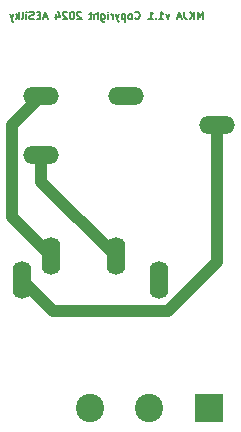
<source format=gbr>
%TF.GenerationSoftware,KiCad,Pcbnew,7.0.2*%
%TF.CreationDate,2024-04-06T10:46:14-07:00*%
%TF.ProjectId,MK-JackAdapter,4d4b2d4a-6163-46b4-9164-61707465722e,1.0*%
%TF.SameCoordinates,Original*%
%TF.FileFunction,Copper,L2,Bot*%
%TF.FilePolarity,Positive*%
%FSLAX46Y46*%
G04 Gerber Fmt 4.6, Leading zero omitted, Abs format (unit mm)*
G04 Created by KiCad (PCBNEW 7.0.2) date 2024-04-06 10:46:14*
%MOMM*%
%LPD*%
G01*
G04 APERTURE LIST*
%ADD10C,0.127000*%
%TA.AperFunction,NonConductor*%
%ADD11C,0.127000*%
%TD*%
%TA.AperFunction,ComponentPad*%
%ADD12R,2.400000X2.400000*%
%TD*%
%TA.AperFunction,ComponentPad*%
%ADD13C,2.400000*%
%TD*%
%TA.AperFunction,ComponentPad*%
%ADD14O,1.600000X3.200000*%
%TD*%
%TA.AperFunction,ComponentPad*%
%ADD15O,3.016000X1.508000*%
%TD*%
%TA.AperFunction,Conductor*%
%ADD16C,1.000000*%
%TD*%
G04 APERTURE END LIST*
D10*
D11*
X118781809Y-94529288D02*
X118781809Y-93894288D01*
X118781809Y-93894288D02*
X118570142Y-94347859D01*
X118570142Y-94347859D02*
X118358476Y-93894288D01*
X118358476Y-93894288D02*
X118358476Y-94529288D01*
X118056095Y-94529288D02*
X118056095Y-93894288D01*
X117693238Y-94529288D02*
X117965381Y-94166430D01*
X117693238Y-93894288D02*
X118056095Y-94257145D01*
X117239666Y-93894288D02*
X117239666Y-94347859D01*
X117239666Y-94347859D02*
X117269905Y-94438573D01*
X117269905Y-94438573D02*
X117330381Y-94499050D01*
X117330381Y-94499050D02*
X117421095Y-94529288D01*
X117421095Y-94529288D02*
X117481571Y-94529288D01*
X116967523Y-94347859D02*
X116665142Y-94347859D01*
X117027999Y-94529288D02*
X116816333Y-93894288D01*
X116816333Y-93894288D02*
X116604666Y-94529288D01*
X115969665Y-94105954D02*
X115818475Y-94529288D01*
X115818475Y-94529288D02*
X115667284Y-94105954D01*
X115092760Y-94529288D02*
X115455617Y-94529288D01*
X115274189Y-94529288D02*
X115274189Y-93894288D01*
X115274189Y-93894288D02*
X115334665Y-93985002D01*
X115334665Y-93985002D02*
X115395141Y-94045478D01*
X115395141Y-94045478D02*
X115455617Y-94075716D01*
X114820617Y-94468811D02*
X114790379Y-94499050D01*
X114790379Y-94499050D02*
X114820617Y-94529288D01*
X114820617Y-94529288D02*
X114850855Y-94499050D01*
X114850855Y-94499050D02*
X114820617Y-94468811D01*
X114820617Y-94468811D02*
X114820617Y-94529288D01*
X114185617Y-94529288D02*
X114548474Y-94529288D01*
X114367046Y-94529288D02*
X114367046Y-93894288D01*
X114367046Y-93894288D02*
X114427522Y-93985002D01*
X114427522Y-93985002D02*
X114487998Y-94045478D01*
X114487998Y-94045478D02*
X114548474Y-94075716D01*
X113066807Y-94468811D02*
X113097045Y-94499050D01*
X113097045Y-94499050D02*
X113187759Y-94529288D01*
X113187759Y-94529288D02*
X113248235Y-94529288D01*
X113248235Y-94529288D02*
X113338950Y-94499050D01*
X113338950Y-94499050D02*
X113399426Y-94438573D01*
X113399426Y-94438573D02*
X113429664Y-94378097D01*
X113429664Y-94378097D02*
X113459902Y-94257145D01*
X113459902Y-94257145D02*
X113459902Y-94166430D01*
X113459902Y-94166430D02*
X113429664Y-94045478D01*
X113429664Y-94045478D02*
X113399426Y-93985002D01*
X113399426Y-93985002D02*
X113338950Y-93924526D01*
X113338950Y-93924526D02*
X113248235Y-93894288D01*
X113248235Y-93894288D02*
X113187759Y-93894288D01*
X113187759Y-93894288D02*
X113097045Y-93924526D01*
X113097045Y-93924526D02*
X113066807Y-93954764D01*
X112703950Y-94529288D02*
X112764426Y-94499050D01*
X112764426Y-94499050D02*
X112794664Y-94468811D01*
X112794664Y-94468811D02*
X112824902Y-94408335D01*
X112824902Y-94408335D02*
X112824902Y-94226907D01*
X112824902Y-94226907D02*
X112794664Y-94166430D01*
X112794664Y-94166430D02*
X112764426Y-94136192D01*
X112764426Y-94136192D02*
X112703950Y-94105954D01*
X112703950Y-94105954D02*
X112613235Y-94105954D01*
X112613235Y-94105954D02*
X112552759Y-94136192D01*
X112552759Y-94136192D02*
X112522521Y-94166430D01*
X112522521Y-94166430D02*
X112492283Y-94226907D01*
X112492283Y-94226907D02*
X112492283Y-94408335D01*
X112492283Y-94408335D02*
X112522521Y-94468811D01*
X112522521Y-94468811D02*
X112552759Y-94499050D01*
X112552759Y-94499050D02*
X112613235Y-94529288D01*
X112613235Y-94529288D02*
X112703950Y-94529288D01*
X112220140Y-94105954D02*
X112220140Y-94740954D01*
X112220140Y-94136192D02*
X112159664Y-94105954D01*
X112159664Y-94105954D02*
X112038711Y-94105954D01*
X112038711Y-94105954D02*
X111978235Y-94136192D01*
X111978235Y-94136192D02*
X111947997Y-94166430D01*
X111947997Y-94166430D02*
X111917759Y-94226907D01*
X111917759Y-94226907D02*
X111917759Y-94408335D01*
X111917759Y-94408335D02*
X111947997Y-94468811D01*
X111947997Y-94468811D02*
X111978235Y-94499050D01*
X111978235Y-94499050D02*
X112038711Y-94529288D01*
X112038711Y-94529288D02*
X112159664Y-94529288D01*
X112159664Y-94529288D02*
X112220140Y-94499050D01*
X111706092Y-94105954D02*
X111554902Y-94529288D01*
X111403711Y-94105954D02*
X111554902Y-94529288D01*
X111554902Y-94529288D02*
X111615378Y-94680478D01*
X111615378Y-94680478D02*
X111645616Y-94710716D01*
X111645616Y-94710716D02*
X111706092Y-94740954D01*
X111161806Y-94529288D02*
X111161806Y-94105954D01*
X111161806Y-94226907D02*
X111131568Y-94166430D01*
X111131568Y-94166430D02*
X111101330Y-94136192D01*
X111101330Y-94136192D02*
X111040854Y-94105954D01*
X111040854Y-94105954D02*
X110980377Y-94105954D01*
X110768711Y-94529288D02*
X110768711Y-94105954D01*
X110768711Y-93894288D02*
X110798949Y-93924526D01*
X110798949Y-93924526D02*
X110768711Y-93954764D01*
X110768711Y-93954764D02*
X110738473Y-93924526D01*
X110738473Y-93924526D02*
X110768711Y-93894288D01*
X110768711Y-93894288D02*
X110768711Y-93954764D01*
X110194187Y-94105954D02*
X110194187Y-94620002D01*
X110194187Y-94620002D02*
X110224425Y-94680478D01*
X110224425Y-94680478D02*
X110254663Y-94710716D01*
X110254663Y-94710716D02*
X110315140Y-94740954D01*
X110315140Y-94740954D02*
X110405854Y-94740954D01*
X110405854Y-94740954D02*
X110466330Y-94710716D01*
X110194187Y-94499050D02*
X110254663Y-94529288D01*
X110254663Y-94529288D02*
X110375616Y-94529288D01*
X110375616Y-94529288D02*
X110436092Y-94499050D01*
X110436092Y-94499050D02*
X110466330Y-94468811D01*
X110466330Y-94468811D02*
X110496568Y-94408335D01*
X110496568Y-94408335D02*
X110496568Y-94226907D01*
X110496568Y-94226907D02*
X110466330Y-94166430D01*
X110466330Y-94166430D02*
X110436092Y-94136192D01*
X110436092Y-94136192D02*
X110375616Y-94105954D01*
X110375616Y-94105954D02*
X110254663Y-94105954D01*
X110254663Y-94105954D02*
X110194187Y-94136192D01*
X109891806Y-94529288D02*
X109891806Y-93894288D01*
X109619663Y-94529288D02*
X109619663Y-94196669D01*
X109619663Y-94196669D02*
X109649901Y-94136192D01*
X109649901Y-94136192D02*
X109710377Y-94105954D01*
X109710377Y-94105954D02*
X109801092Y-94105954D01*
X109801092Y-94105954D02*
X109861568Y-94136192D01*
X109861568Y-94136192D02*
X109891806Y-94166430D01*
X109407996Y-94105954D02*
X109166092Y-94105954D01*
X109317282Y-93894288D02*
X109317282Y-94438573D01*
X109317282Y-94438573D02*
X109287044Y-94499050D01*
X109287044Y-94499050D02*
X109226568Y-94529288D01*
X109226568Y-94529288D02*
X109166092Y-94529288D01*
X108500853Y-93954764D02*
X108470615Y-93924526D01*
X108470615Y-93924526D02*
X108410139Y-93894288D01*
X108410139Y-93894288D02*
X108258948Y-93894288D01*
X108258948Y-93894288D02*
X108198472Y-93924526D01*
X108198472Y-93924526D02*
X108168234Y-93954764D01*
X108168234Y-93954764D02*
X108137996Y-94015240D01*
X108137996Y-94015240D02*
X108137996Y-94075716D01*
X108137996Y-94075716D02*
X108168234Y-94166430D01*
X108168234Y-94166430D02*
X108531091Y-94529288D01*
X108531091Y-94529288D02*
X108137996Y-94529288D01*
X107744901Y-93894288D02*
X107684424Y-93894288D01*
X107684424Y-93894288D02*
X107623948Y-93924526D01*
X107623948Y-93924526D02*
X107593710Y-93954764D01*
X107593710Y-93954764D02*
X107563472Y-94015240D01*
X107563472Y-94015240D02*
X107533234Y-94136192D01*
X107533234Y-94136192D02*
X107533234Y-94287383D01*
X107533234Y-94287383D02*
X107563472Y-94408335D01*
X107563472Y-94408335D02*
X107593710Y-94468811D01*
X107593710Y-94468811D02*
X107623948Y-94499050D01*
X107623948Y-94499050D02*
X107684424Y-94529288D01*
X107684424Y-94529288D02*
X107744901Y-94529288D01*
X107744901Y-94529288D02*
X107805377Y-94499050D01*
X107805377Y-94499050D02*
X107835615Y-94468811D01*
X107835615Y-94468811D02*
X107865853Y-94408335D01*
X107865853Y-94408335D02*
X107896091Y-94287383D01*
X107896091Y-94287383D02*
X107896091Y-94136192D01*
X107896091Y-94136192D02*
X107865853Y-94015240D01*
X107865853Y-94015240D02*
X107835615Y-93954764D01*
X107835615Y-93954764D02*
X107805377Y-93924526D01*
X107805377Y-93924526D02*
X107744901Y-93894288D01*
X107291329Y-93954764D02*
X107261091Y-93924526D01*
X107261091Y-93924526D02*
X107200615Y-93894288D01*
X107200615Y-93894288D02*
X107049424Y-93894288D01*
X107049424Y-93894288D02*
X106988948Y-93924526D01*
X106988948Y-93924526D02*
X106958710Y-93954764D01*
X106958710Y-93954764D02*
X106928472Y-94015240D01*
X106928472Y-94015240D02*
X106928472Y-94075716D01*
X106928472Y-94075716D02*
X106958710Y-94166430D01*
X106958710Y-94166430D02*
X107321567Y-94529288D01*
X107321567Y-94529288D02*
X106928472Y-94529288D01*
X106384186Y-94105954D02*
X106384186Y-94529288D01*
X106535377Y-93864050D02*
X106686567Y-94317621D01*
X106686567Y-94317621D02*
X106293472Y-94317621D01*
X105597995Y-94347859D02*
X105295614Y-94347859D01*
X105658471Y-94529288D02*
X105446805Y-93894288D01*
X105446805Y-93894288D02*
X105235138Y-94529288D01*
X105023471Y-94196669D02*
X104811804Y-94196669D01*
X104721090Y-94529288D02*
X105023471Y-94529288D01*
X105023471Y-94529288D02*
X105023471Y-93894288D01*
X105023471Y-93894288D02*
X104721090Y-93894288D01*
X104479185Y-94499050D02*
X104388471Y-94529288D01*
X104388471Y-94529288D02*
X104237280Y-94529288D01*
X104237280Y-94529288D02*
X104176804Y-94499050D01*
X104176804Y-94499050D02*
X104146566Y-94468811D01*
X104146566Y-94468811D02*
X104116328Y-94408335D01*
X104116328Y-94408335D02*
X104116328Y-94347859D01*
X104116328Y-94347859D02*
X104146566Y-94287383D01*
X104146566Y-94287383D02*
X104176804Y-94257145D01*
X104176804Y-94257145D02*
X104237280Y-94226907D01*
X104237280Y-94226907D02*
X104358233Y-94196669D01*
X104358233Y-94196669D02*
X104418709Y-94166430D01*
X104418709Y-94166430D02*
X104448947Y-94136192D01*
X104448947Y-94136192D02*
X104479185Y-94075716D01*
X104479185Y-94075716D02*
X104479185Y-94015240D01*
X104479185Y-94015240D02*
X104448947Y-93954764D01*
X104448947Y-93954764D02*
X104418709Y-93924526D01*
X104418709Y-93924526D02*
X104358233Y-93894288D01*
X104358233Y-93894288D02*
X104207042Y-93894288D01*
X104207042Y-93894288D02*
X104116328Y-93924526D01*
X103844185Y-94529288D02*
X103844185Y-94105954D01*
X103844185Y-93894288D02*
X103874423Y-93924526D01*
X103874423Y-93924526D02*
X103844185Y-93954764D01*
X103844185Y-93954764D02*
X103813947Y-93924526D01*
X103813947Y-93924526D02*
X103844185Y-93894288D01*
X103844185Y-93894288D02*
X103844185Y-93954764D01*
X103451090Y-94529288D02*
X103511566Y-94499050D01*
X103511566Y-94499050D02*
X103541804Y-94438573D01*
X103541804Y-94438573D02*
X103541804Y-93894288D01*
X103209185Y-94529288D02*
X103209185Y-93894288D01*
X103148709Y-94287383D02*
X102967280Y-94529288D01*
X102967280Y-94105954D02*
X103209185Y-94347859D01*
X102755613Y-94105954D02*
X102604423Y-94529288D01*
X102453232Y-94105954D02*
X102604423Y-94529288D01*
X102604423Y-94529288D02*
X102664899Y-94680478D01*
X102664899Y-94680478D02*
X102695137Y-94710716D01*
X102695137Y-94710716D02*
X102755613Y-94740954D01*
D12*
%TO.P,J3,1,Pin_1*%
%TO.N,/KEY_PDL_DOT-*%
X119277000Y-127421000D03*
D13*
%TO.P,J3,2,Pin_2*%
%TO.N,/PDL_DASH-*%
X114277000Y-127421000D03*
%TO.P,J3,3,Pin_3*%
%TO.N,/COMMON*%
X109277000Y-127421000D03*
%TD*%
D14*
%TO.P,J2,1*%
%TO.N,/COMMON*%
X103515000Y-116612500D03*
%TO.P,J2,2*%
%TO.N,/KEY_PDL_DOT-*%
X105915000Y-114612500D03*
%TO.P,J2,3*%
%TO.N,/PDL_DASH-*%
X111415000Y-114612500D03*
%TO.P,J2,4*%
%TO.N,unconnected-(J2-Pad4)*%
X115115000Y-116612500D03*
%TD*%
D15*
%TO.P,J1,1*%
%TO.N,/COMMON*%
X120015000Y-103505000D03*
%TO.P,J1,2*%
%TO.N,/KEY_PDL_DOT-*%
X105115000Y-101005000D03*
%TO.P,J1,3*%
%TO.N,/PDL_DASH-*%
X105115000Y-106005000D03*
%TO.P,J1,4*%
%TO.N,unconnected-(J1-Pad4)*%
X112315000Y-101005000D03*
%TD*%
D16*
%TO.N,/KEY_PDL_DOT-*%
X102607000Y-111304500D02*
X105915000Y-114612500D01*
X102607000Y-103513000D02*
X102607000Y-111304500D01*
X105115000Y-101005000D02*
X102607000Y-103513000D01*
%TO.N,/PDL_DASH-*%
X105115000Y-108312500D02*
X111415000Y-114612500D01*
X105115000Y-106005000D02*
X105115000Y-108312500D01*
%TO.N,/COMMON*%
X106115000Y-119212500D02*
X103515000Y-116612500D01*
X120015000Y-103505000D02*
X120015000Y-115058084D01*
X120015000Y-115058084D02*
X115860584Y-119212500D01*
X115860584Y-119212500D02*
X106115000Y-119212500D01*
%TD*%
M02*

</source>
